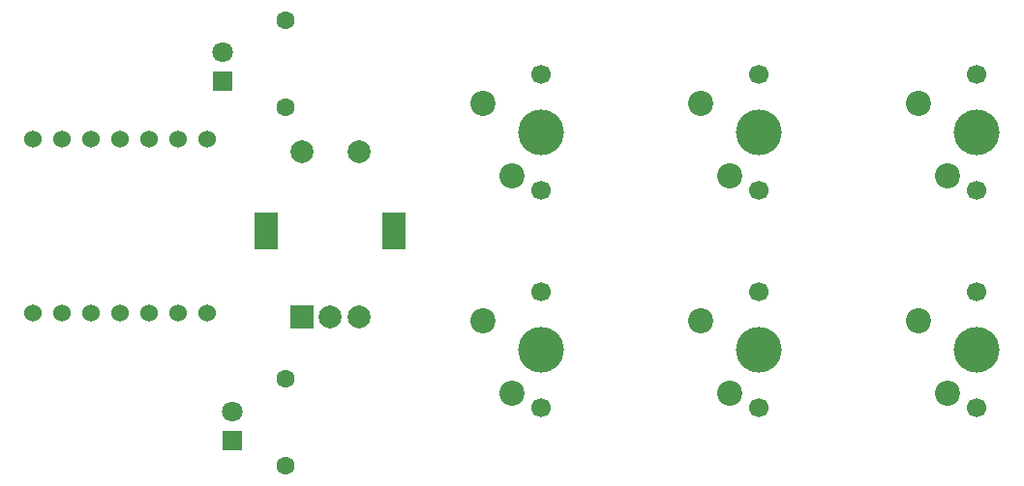
<source format=gbr>
%TF.GenerationSoftware,KiCad,Pcbnew,9.0.6*%
%TF.CreationDate,2026-01-24T13:35:08-03:00*%
%TF.ProjectId,macropadmaluu,6d616372-6f70-4616-946d-616c75752e6b,rev?*%
%TF.SameCoordinates,Original*%
%TF.FileFunction,Soldermask,Bot*%
%TF.FilePolarity,Negative*%
%FSLAX46Y46*%
G04 Gerber Fmt 4.6, Leading zero omitted, Abs format (unit mm)*
G04 Created by KiCad (PCBNEW 9.0.6) date 2026-01-24 13:35:08*
%MOMM*%
%LPD*%
G01*
G04 APERTURE LIST*
%ADD10C,1.700000*%
%ADD11C,4.000000*%
%ADD12C,2.200000*%
%ADD13C,1.600000*%
%ADD14R,1.800000X1.800000*%
%ADD15C,1.800000*%
%ADD16C,1.524000*%
%ADD17R,2.000000X2.000000*%
%ADD18C,2.000000*%
%ADD19R,2.000000X3.200000*%
G04 APERTURE END LIST*
D10*
%TO.C,SW4*%
X188118750Y-112236250D03*
D11*
X188118750Y-107156250D03*
D10*
X188118750Y-102076250D03*
D12*
X183038750Y-104616250D03*
X185578750Y-110966250D03*
%TD*%
D10*
%TO.C,SW3*%
X188118750Y-93186250D03*
D11*
X188118750Y-88106250D03*
D10*
X188118750Y-83026250D03*
D12*
X183038750Y-85566250D03*
X185578750Y-91916250D03*
%TD*%
D13*
%TO.C,R2*%
X146690000Y-85880000D03*
X146690000Y-78260000D03*
%TD*%
D14*
%TO.C,D1*%
X142090000Y-115040000D03*
D15*
X142090000Y-112500000D03*
%TD*%
D10*
%TO.C,SW6*%
X207168750Y-112236250D03*
D11*
X207168750Y-107156250D03*
D10*
X207168750Y-102076250D03*
D12*
X202088750Y-104616250D03*
X204628750Y-110966250D03*
%TD*%
D13*
%TO.C,R1*%
X146690000Y-117240000D03*
X146690000Y-109620000D03*
%TD*%
D14*
%TO.C,D2*%
X141200000Y-83540000D03*
D15*
X141200000Y-81000000D03*
%TD*%
D10*
%TO.C,SW1*%
X169068750Y-93186250D03*
D11*
X169068750Y-88106250D03*
D10*
X169068750Y-83026250D03*
D12*
X163988750Y-85566250D03*
X166528750Y-91916250D03*
%TD*%
D10*
%TO.C,SW2*%
X169068750Y-112236250D03*
D11*
X169068750Y-107156250D03*
D10*
X169068750Y-102076250D03*
D12*
X163988750Y-104616250D03*
X166528750Y-110966250D03*
%TD*%
D16*
%TO.C,U1*%
X124640000Y-103860000D03*
X127180000Y-103860000D03*
X129720000Y-103860000D03*
X132260000Y-103860000D03*
X134800000Y-103860000D03*
X137340000Y-103860000D03*
X139880000Y-103860000D03*
X139880000Y-88620000D03*
X137340000Y-88620000D03*
X134800000Y-88620000D03*
X132260000Y-88620000D03*
X129720000Y-88620000D03*
X127180000Y-88620000D03*
X124640000Y-88620000D03*
%TD*%
D10*
%TO.C,SW5*%
X207168750Y-93186250D03*
D11*
X207168750Y-88106250D03*
D10*
X207168750Y-83026250D03*
D12*
X202088750Y-85566250D03*
X204628750Y-91916250D03*
%TD*%
D17*
%TO.C,SW7*%
X148140000Y-104220000D03*
D18*
X153140000Y-104220000D03*
X150640000Y-104220000D03*
D19*
X145040000Y-96720000D03*
X156240000Y-96720000D03*
D18*
X153140000Y-89720000D03*
X148140000Y-89720000D03*
%TD*%
M02*

</source>
